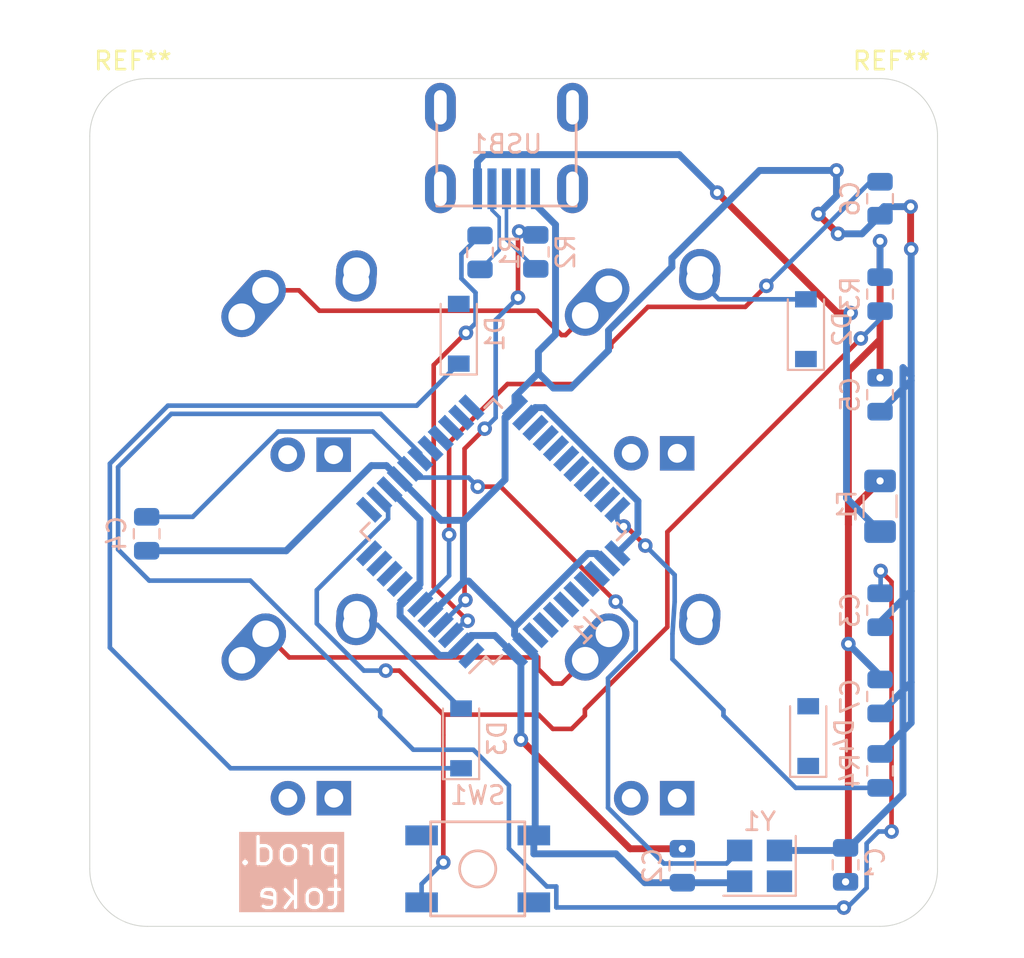
<source format=kicad_pcb>
(kicad_pcb (version 20221018) (generator pcbnew)
  (layers (0 "F.Cu" signal) (31 "B.Cu" signal) (34 "B.Paste" user) (35 "F.Paste" user) (36 "B.SilkS" user "B.Silkscreen") (37 "F.SilkS" user "F.Silkscreen") (38 "B.Mask" user) (39 "F.Mask" user) (44 "Edge.Cuts" user))
  (net 0 "")
  (net 1 "GND")
  (net 2 "+5V")
  (net 3 "Net-(C3-Pad1)")
  (net 4 "Net-(C4-Pad1)")
  (net 5 "Net-(C6-Pad1)")
  (net 6 "Net-(D1-Pad2)")
  (net 7 "ROW0")
  (net 8 "Net-(D2-Pad2)")
  (net 9 "ROW1")
  (net 10 "Net-(D3-Pad2)")
  (net 11 "Net-(D4-Pad2)")
  (net 12 "VCC")
  (net 13 "Net-(MX1-Pad1)")
  (net 14 "Net-(MX3-Pad1)")
  (net 15 "Net-(R1-Pad2)")
  (net 16 "D-")
  (net 17 "Net-(R2-Pad2)")
  (net 18 "D+")
  (net 19 "Net-(R3-Pad2)")
  (net 20 "Net-(R4-Pad2)")
  (net 21 "Net-(U1-Pad42)")
  (net 22 "Net-(U1-Pad41)")
  (net 23 "Net-(U1-Pad40)")
  (net 24 "Net-(U1-Pad39)")
  (net 25 "Net-(U1-Pad38)")
  (net 26 "Net-(U1-Pad37)")
  (net 27 "Net-(U1-Pad36)")
  (net 28 "Net-(U1-Pad32)")
  (net 29 "Net-(U1-Pad31)")
  (net 30 "Net-(U1-Pad30)")
  (net 31 "Net-(U1-Pad29)")
  (net 32 "Net-(U1-Pad28)")
  (net 33 "Net-(U1-Pad27)")
  (net 34 "Net-(U1-Pad26)")
  (net 35 "Net-(U1-Pad25)")
  (net 36 "Net-(U1-Pad22)")
  (net 37 "Net-(U1-Pad21)")
  (net 38 "Net-(U1-Pad20)")
  (net 39 "Net-(U1-Pad19)")
  (net 40 "Net-(U1-Pad18)")
  (net 41 "Net-(U1-Pad12)")
  (net 42 "Net-(U1-Pad11)")
  (net 43 "Net-(U1-Pad10)")
  (net 44 "Net-(U1-Pad9)")
  (net 45 "Net-(U1-Pad8)")
  (net 46 "Net-(U1-Pad1)")
  (net 47 "Net-(USB1-Pad6)")
  (net 48 "Net-(USB1-Pad2)")
  (footprint "MX_Alps_Hybrid:MX-1U" (layer "F.Cu") (at 105.791 53.721)
    (fp_text reference "MX2")
    (fp_text value "MX-NoLED")
    (pad "" np_thru_hole circle (at -5.08 0 48.0996) (size 1.75 1.75) (drill 1.75) (layers "*.Cu" "*.Mask"))
    (pad "" np_thru_hole circle (at 0 0) (size 3.9878 3.9878) (drill 3.9878) (layers "*.Cu" "*.Mask"))
    (pad "" np_thru_hole circle (at 5.08 0 48.0996) (size 1.75 1.75) (drill 1.75) (layers "*.Cu" "*.Mask"))
    (pad "1" thru_hole oval (at -3.81 -2.54 48.0996) (size 4.211556 2.25) (drill 1.47 (offset 0.980778 0)) (layers "*.Cu" "B.Mask") (net 13 "Net-(MX1-Pad1)"))
    (pad "1" thru_hole circle (at -2.5 -4) (size 2.25 2.25) (drill 1.47) (layers "*.Cu" "B.Mask") (net 13 "Net-(MX1-Pad1)"))
    (pad "2" thru_hole oval (at 2.5 -4.5 86.0548) (size 2.831378 2.25) (drill 1.47 (offset 0.290689 0)) (layers "*.Cu" "B.Mask") (net 8 "Net-(D2-Pad2)"))
    (pad "2" thru_hole circle (at 2.54 -5.08) (size 2.25 2.25) (drill 1.47) (layers "*.Cu" "B.Mask") (net 8 "Net-(D2-Pad2)"))
    (pad "3" thru_hole circle (at -1.27 5.08) (size 1.905 1.905) (drill 1.04) (layers "*.Cu" "B.Mask"))
    (pad "4" thru_hole rect (at 1.27 5.08) (size 1.905 1.905) (drill 1.04) (layers "*.Cu" "B.Mask"))
  )
  (footprint "MX_Alps_Hybrid:MX-1U" (layer "F.Cu") (at 86.828 72.771)
    (fp_text reference "MX3")
    (fp_text value "MX-NoLED")
    (pad "" np_thru_hole circle (at -5.08 0 48.0996) (size 1.75 1.75) (drill 1.75) (layers "*.Cu" "*.Mask"))
    (pad "" np_thru_hole circle (at 0 0) (size 3.9878 3.9878) (drill 3.9878) (layers "*.Cu" "*.Mask"))
    (pad "" np_thru_hole circle (at 5.08 0 48.0996) (size 1.75 1.75) (drill 1.75) (layers "*.Cu" "*.Mask"))
    (pad "1" thru_hole oval (at -3.81 -2.54 48.0996) (size 4.211556 2.25) (drill 1.47 (offset 0.980778 0)) (layers "*.Cu" "B.Mask") (net 14 "Net-(MX3-Pad1)"))
    (pad "1" thru_hole circle (at -2.5 -4) (size 2.25 2.25) (drill 1.47) (layers "*.Cu" "B.Mask") (net 14 "Net-(MX3-Pad1)"))
    (pad "2" thru_hole oval (at 2.5 -4.5 86.0548) (size 2.831378 2.25) (drill 1.47 (offset 0.290689 0)) (layers "*.Cu" "B.Mask") (net 10 "Net-(D3-Pad2)"))
    (pad "2" thru_hole circle (at 2.54 -5.08) (size 2.25 2.25) (drill 1.47) (layers "*.Cu" "B.Mask") (net 10 "Net-(D3-Pad2)"))
    (pad "3" thru_hole circle (at -1.27 5.08) (size 1.905 1.905) (drill 1.04) (layers "*.Cu" "B.Mask"))
    (pad "4" thru_hole rect (at 1.27 5.08) (size 1.905 1.905) (drill 1.04) (layers "*.Cu" "B.Mask"))
  )
  (footprint "MX_Alps_Hybrid:MX-1U" (layer "F.Cu") (at 105.791 72.771)
    (fp_text reference "MX4")
    (fp_text value "MX-NoLED")
    (pad "" np_thru_hole circle (at -5.08 0 48.0996) (size 1.75 1.75) (drill 1.75) (layers "*.Cu" "*.Mask"))
    (pad "" np_thru_hole circle (at 0 0) (size 3.9878 3.9878) (drill 3.9878) (layers "*.Cu" "*.Mask"))
    (pad "" np_thru_hole circle (at 5.08 0 48.0996) (size 1.75 1.75) (drill 1.75) (layers "*.Cu" "*.Mask"))
    (pad "1" thru_hole oval (at -3.81 -2.54 48.0996) (size 4.211556 2.25) (drill 1.47 (offset 0.980778 0)) (layers "*.Cu" "B.Mask") (net 14 "Net-(MX3-Pad1)"))
    (pad "1" thru_hole circle (at -2.5 -4) (size 2.25 2.25) (drill 1.47) (layers "*.Cu" "B.Mask") (net 14 "Net-(MX3-Pad1)"))
    (pad "2" thru_hole oval (at 2.5 -4.5 86.0548) (size 2.831378 2.25) (drill 1.47 (offset 0.290689 0)) (layers "*.Cu" "B.Mask") (net 11 "Net-(D4-Pad2)"))
    (pad "2" thru_hole circle (at 2.54 -5.08) (size 2.25 2.25) (drill 1.47) (layers "*.Cu" "B.Mask") (net 11 "Net-(D4-Pad2)"))
    (pad "3" thru_hole circle (at -1.27 5.08) (size 1.905 1.905) (drill 1.04) (layers "*.Cu" "B.Mask"))
    (pad "4" thru_hole rect (at 1.27 5.08) (size 1.905 1.905) (drill 1.04) (layers "*.Cu" "B.Mask"))
  )
  (footprint "MX_Alps_Hybrid:MX-1U" (layer "F.Cu") (at 86.816001 53.796001)
    (fp_text reference "MX1")
    (fp_text value "MX-NoLED")
    (pad "" np_thru_hole circle locked (at -5.08 0 48.0996) (size 1.75 1.75) (drill 1.75) (layers "*.Cu" "*.Mask"))
    (pad "" np_thru_hole circle locked (at 0 0) (size 3.9878 3.9878) (drill 3.9878) (layers "*.Cu" "*.Mask"))
    (pad "" np_thru_hole circle locked (at 5.08 0 48.0996) (size 1.75 1.75) (drill 1.75) (layers "*.Cu" "*.Mask"))
    (pad "1" thru_hole oval locked (at -3.81 -2.54 48.0996) (size 4.211556 2.25) (drill 1.47 (offset 0.980778 0)) (layers "*.Cu" "B.Mask") (net 13 "Net-(MX1-Pad1)"))
    (pad "1" thru_hole circle locked (at -2.5 -4) (size 2.25 2.25) (drill 1.47) (layers "*.Cu" "B.Mask") (net 13 "Net-(MX1-Pad1)"))
    (pad "2" thru_hole oval locked (at 2.5 -4.5 86.0548) (size 2.831378 2.25) (drill 1.47 (offset 0.290689 0)) (layers "*.Cu" "B.Mask") (net 6 "Net-(D1-Pad2)"))
    (pad "2" thru_hole circle locked (at 2.54 -5.08) (size 2.25 2.25) (drill 1.47) (layers "*.Cu" "B.Mask") (net 6 "Net-(D1-Pad2)"))
    (pad "3" thru_hole circle locked (at -1.27 5.08) (size 1.905 1.905) (drill 1.04) (layers "*.Cu" "B.Mask"))
    (pad "4" thru_hole rect locked (at 1.27 5.08) (size 1.905 1.905) (drill 1.04) (layers "*.Cu" "B.Mask"))
  )
  (footprint "MountingHole:MountingHole_2mm" (layer "F.Cu") (at 76.99375 82.3)
    (fp_text reference "REF**" hide)
    (fp_text value "MountingHole_2mm")
    (pad "" np_thru_hole circle (at 0 0) (size 2 2) (drill 2) (layers "*.Cu" "*.Mask"))
  )
  (footprint "MountingHole:MountingHole_2mm" (layer "F.Cu") (at 118.90375 40.3225)
    (fp_text reference "REF**" (at 0 -3.2) (layer "F.SilkS"))
    (fp_text value "MountingHole_2mm")
    (pad "" np_thru_hole circle (at 0 0) (size 2 2) (drill 2) (layers "*.Cu" "*.Mask"))
  )
  (footprint "" (layer "F.Cu") (at 118.90375 82.2325)
    (fp_text reference "" (at 0 0) (layer "F.SilkS") (effects (font (size 1.27 1.27))))
    (fp_text value "" (at 0 0) (layer "F.SilkS") (effects (font (size 1.27 1.27))))
    (pad "" np_thru_hole circle (at 0 0) (size 2 2) (drill 2) (layers "*.Cu" "*.Mask"))
  )
  (footprint "MountingHole:MountingHole_2mm" (layer "F.Cu") (at 76.99375 40.3225)
    (fp_text reference "REF**" (at 0 -3.2) (layer "F.SilkS"))
    (fp_text value "MountingHole_2mm")
    (pad "" np_thru_hole circle (at 0 0) (size 2 2) (drill 2) (layers "*.Cu" "*.Mask"))
  )
  (footprint "Capacitor_SMD:C_0805_2012Metric" (layer "B.Cu") (at 116.36375 81.534 90)
    (fp_text reference "C1" (at 0 1.65 270) (layer "B.SilkS") (effects (justify mirror)))
    (fp_text value "0.1uF")
    (pad "1" smd roundrect (at -0.9375 0 90) (size 0.975 1.4) (layers "B.Cu" "B.Paste" "B.Mask") (net 2 "+5V"))
    (pad "2" smd roundrect (at 0.9375 0 90) (size 0.975 1.4) (layers "B.Cu" "B.Paste" "B.Mask") (net 1 "GND"))
  )
  (footprint "Capacitor_SMD:C_0805_2012Metric" (layer "B.Cu") (at 107.34675 81.5825 -90)
    (fp_text reference "C2" (at 0 1.65 270) (layer "B.SilkS") (effects (justify mirror)))
    (fp_text value "0.1uF")
    (pad "1" smd roundrect (at -0.9375 0 270) (size 0.975 1.4) (layers "B.Cu" "B.Paste" "B.Mask") (net 2 "+5V"))
    (pad "2" smd roundrect (at 0.9375 0 270) (size 0.975 1.4) (layers "B.Cu" "B.Paste" "B.Mask") (net 1 "GND"))
  )
  (footprint "Capacitor_SMD:C_0805_2012Metric" (layer "B.Cu") (at 118.26875 67.46875 -90)
    (fp_text reference "C3" (at 0 1.65 90) (layer "B.SilkS") (effects (justify mirror)))
    (fp_text value "1uF")
    (pad "1" smd roundrect (at -0.9375 0 270) (size 0.975 1.4) (layers "B.Cu" "B.Paste" "B.Mask") (net 3 "Net-(C3-Pad1)"))
    (pad "2" smd roundrect (at 0.9375 0 270) (size 0.975 1.4) (layers "B.Cu" "B.Paste" "B.Mask") (net 1 "GND"))
  )
  (footprint "Capacitor_SMD:C_0805_2012Metric" (layer "B.Cu") (at 77.75575 63.246 -90)
    (fp_text reference "C4" (at 0 1.65 270) (layer "B.SilkS") (effects (justify mirror)))
    (fp_text value "22pF")
    (pad "1" smd roundrect (at -0.9375 0 270) (size 0.975 1.4) (layers "B.Cu" "B.Paste" "B.Mask") (net 4 "Net-(C4-Pad1)"))
    (pad "2" smd roundrect (at 0.9375 0 270) (size 0.975 1.4) (layers "B.Cu" "B.Paste" "B.Mask") (net 1 "GND"))
  )
  (footprint "Capacitor_SMD:C_0805_2012Metric" (layer "B.Cu") (at 118.26875 55.5625 -90)
    (fp_text reference "C5" (at 0 1.65 270) (layer "B.SilkS") (effects (justify mirror)))
    (fp_text value "0.1uf")
    (pad "1" smd roundrect (at -0.9375 0 270) (size 0.975 1.4) (layers "B.Cu" "B.Paste" "B.Mask") (net 2 "+5V"))
    (pad "2" smd roundrect (at 0.9375 0 270) (size 0.975 1.4) (layers "B.Cu" "B.Paste" "B.Mask") (net 1 "GND"))
  )
  (footprint "Capacitor_SMD:C_0805_2012Metric" (layer "B.Cu") (at 118.26875 44.7375 -90)
    (fp_text reference "C6" (at 0 1.65 90) (layer "B.SilkS") (effects (justify mirror)))
    (fp_text value "1uF")
    (pad "1" smd roundrect (at -0.9375 0 270) (size 0.975 1.4) (layers "B.Cu" "B.Paste" "B.Mask") (net 5 "Net-(C6-Pad1)"))
    (pad "2" smd roundrect (at 0.9375 0 270) (size 0.975 1.4) (layers "B.Cu" "B.Paste" "B.Mask") (net 1 "GND"))
  )
  (footprint "Capacitor_SMD:C_0805_2012Metric" (layer "B.Cu") (at 118.26875 72.23125 -90)
    (fp_text reference "C7" (at 0 1.65 90) (layer "B.SilkS") (effects (justify mirror)))
    (fp_text value "10uF")
    (pad "1" smd roundrect (at -0.9375 0 270) (size 0.975 1.4) (layers "B.Cu" "B.Paste" "B.Mask") (net 2 "+5V"))
    (pad "2" smd roundrect (at 0.9375 0 270) (size 0.975 1.4) (layers "B.Cu" "B.Paste" "B.Mask") (net 1 "GND"))
  )
  (footprint "Diode_SMD:D_SOD-123" (layer "B.Cu") (at 94.996 52.197 90)
    (fp_text reference "D1" (at 0 2 270) (layer "B.SilkS") (effects (justify mirror)))
    (fp_text value "SOD_123")
    (pad "1" smd rect (at -1.65 0 90) (size 0.9 1.2) (layers "B.Cu" "B.Paste" "B.Mask") (net 7 "ROW0"))
    (pad "2" smd rect (at 1.65 0 90) (size 0.9 1.2) (layers "B.Cu" "B.Paste" "B.Mask") (net 6 "Net-(D1-Pad2)"))
  )
  (footprint "Diode_SMD:D_SOD-123" (layer "B.Cu") (at 114.173 51.942 90)
    (fp_text reference "D2" (at 0 2 270) (layer "B.SilkS") (effects (justify mirror)))
    (fp_text value "SOD_123")
    (pad "1" smd rect (at -1.65 0 90) (size 0.9 1.2) (layers "B.Cu" "B.Paste" "B.Mask") (net 9 "ROW1"))
    (pad "2" smd rect (at 1.65 0 90) (size 0.9 1.2) (layers "B.Cu" "B.Paste" "B.Mask") (net 8 "Net-(D2-Pad2)"))
  )
  (footprint "Diode_SMD:D_SOD-123" (layer "B.Cu") (at 95.123 74.549 90)
    (fp_text reference "D3" (at 0 2 270) (layer "B.SilkS") (effects (justify mirror)))
    (fp_text value "SOD_123")
    (pad "1" smd rect (at -1.65 0 90) (size 0.9 1.2) (layers "B.Cu" "B.Paste" "B.Mask") (net 7 "ROW0"))
    (pad "2" smd rect (at 1.65 0 90) (size 0.9 1.2) (layers "B.Cu" "B.Paste" "B.Mask") (net 10 "Net-(D3-Pad2)"))
  )
  (footprint "Diode_SMD:D_SOD-123" (layer "B.Cu") (at 114.3 74.422 90)
    (fp_text reference "D4" (at 0 2 270) (layer "B.SilkS") (effects (justify mirror)))
    (fp_text value "SOD_123")
    (pad "1" smd rect (at -1.65 0 90) (size 0.9 1.2) (layers "B.Cu" "B.Paste" "B.Mask") (net 9 "ROW1"))
    (pad "2" smd rect (at 1.65 0 90) (size 0.9 1.2) (layers "B.Cu" "B.Paste" "B.Mask") (net 11 "Net-(D4-Pad2)"))
  )
  (footprint "Fuse:Fuse_1206_3216Metric" (layer "B.Cu") (at 118.26875 61.725 -90)
    (fp_text reference "F1" (at 0 1.82 270) (layer "B.SilkS") (effects (justify mirror)))
    (fp_text value "500mA")
    (pad "1" smd roundrect (at -1.4 0 270) (size 1.25 1.75) (layers "B.Cu" "B.Paste" "B.Mask") (roundrect_rratio 0.2) (net 2 "+5V"))
    (pad "2" smd roundrect (at 1.4 0 270) (size 1.25 1.75) (layers "B.Cu" "B.Paste" "B.Mask") (roundrect_rratio 0.2) (net 12 "VCC"))
  )
  (footprint "Resistor_SMD:R_0805_2012Metric" (layer "B.Cu") (at 96.17075 47.7035 90)
    (fp_text reference "R1" (at 0 1.65 90) (layer "B.SilkS") (effects (justify mirror)))
    (fp_text value "22")
    (pad "1" smd roundrect (at -0.9375 0 90) (size 0.975 1.4) (layers "B.Cu" "B.Paste" "B.Mask") (net 16 "D-"))
    (pad "2" smd roundrect (at 0.9375 0 90) (size 0.975 1.4) (layers "B.Cu" "B.Paste" "B.Mask") (net 15 "Net-(R1-Pad2)"))
  )
  (footprint "Resistor_SMD:R_0805_2012Metric" (layer "B.Cu") (at 118.26875 50.00625 -90)
    (fp_text reference "R3" (at 0 1.65 90) (layer "B.SilkS") (effects (justify mirror)))
    (fp_text value "22")
    (pad "1" smd roundrect (at -0.9375 0 270) (size 0.975 1.4) (layers "B.Cu" "B.Paste" "B.Mask") (net 2 "+5V"))
    (pad "2" smd roundrect (at 0.9375 0 270) (size 0.975 1.4) (layers "B.Cu" "B.Paste" "B.Mask") (net 19 "Net-(R3-Pad2)"))
  )
  (footprint "Resistor_SMD:R_0805_2012Metric" (layer "B.Cu") (at 118.26875 76.34375 -90)
    (fp_text reference "R4" (at 0 1.65 270) (layer "B.SilkS") (effects (justify mirror)))
    (fp_text value "10k")
    (pad "1" smd roundrect (at -0.9375 0 270) (size 0.975 1.4) (layers "B.Cu" "B.Paste" "B.Mask") (net 1 "GND"))
    (pad "2" smd roundrect (at 0.9375 0 270) (size 0.975 1.4) (layers "B.Cu" "B.Paste" "B.Mask") (net 20 "Net-(R4-Pad2)"))
  )
  (footprint "random-keyboard-parts:SKQG-1155865" (layer "B.Cu") (at 96.04375 81.75625)
    (fp_text reference "SW1" (at 0 -4.064) (layer "B.SilkS") (effects (justify mirror)))
    (fp_text value "SW_Push")
    (pad "1" smd rect (at 3.1 -1.85) (size 1.8 1.1) (layers "B.Cu" "B.Paste" "B.Mask") (net 1 "GND"))
    (pad "2" smd rect (at -3.1 1.85) (size 1.8 1.1) (layers "B.Cu" "B.Paste" "B.Mask") (net 19 "Net-(R3-Pad2)"))
    (pad "3" smd rect (at 3.1 1.85) (size 1.8 1.1) (layers "B.Cu" "B.Paste" "B.Mask"))
    (pad "4" smd rect (at -3.1 -1.85) (size 1.8 1.1) (layers "B.Cu" "B.Paste" "B.Mask"))
  )
  (footprint "Package_QFP:TQFP-44_10x10mm_P0.8mm" (layer "B.Cu") (at 96.901 63.119 45)
    (fp_text reference "U1" (at 0 7.450001 45) (layer "B.SilkS") (effects (justify mirror)))
    (fp_text value "ATmega32U4-AU")
    (pad "1" smd rect (at -5.7 4 45) (size 1.5 0.55) (layers "B.Cu" "B.Paste" "B.Mask") (net 46 "Net-(U1-Pad1)"))
    (pad "2" smd rect (at -5.7 3.2 45) (size 1.5 0.55) (layers "B.Cu" "B.Paste" "B.Mask") (net 2 "+5V"))
    (pad "3" smd rect (at -5.7 2.4 45) (size 1.5 0.55) (layers "B.Cu" "B.Paste" "B.Mask") (net 15 "Net-(R1-Pad2)"))
    (pad "4" smd rect (at -5.7 1.6 45) (size 1.5 0.55) (layers "B.Cu" "B.Paste" "B.Mask") (net 17 "Net-(R2-Pad2)"))
    (pad "5" smd rect (at -5.7 0.8 45) (size 1.5 0.55) (layers "B.Cu" "B.Paste" "B.Mask") (net 1 "GND"))
    (pad "6" smd rect (at -5.7 0 45) (size 1.5 0.55) (layers "B.Cu" "B.Paste" "B.Mask") (net 5 "Net-(C6-Pad1)"))
    (pad "7" smd rect (at -5.7 -0.8 45) (size 1.5 0.55) (layers "B.Cu" "B.Paste" "B.Mask") (net 2 "+5V"))
    (pad "8" smd rect (at -5.7 -1.6 45) (size 1.5 0.55) (layers "B.Cu" "B.Paste" "B.Mask") (net 45 "Net-(U1-Pad8)"))
    (pad "9" smd rect (at -5.7 -2.4 45) (size 1.5 0.55) (layers "B.Cu" "B.Paste" "B.Mask") (net 44 "Net-(U1-Pad9)"))
    (pad "10" smd rect (at -5.7 -3.2 45) (size 1.5 0.55) (layers "B.Cu" "B.Paste" "B.Mask") (net 43 "Net-(U1-Pad10)"))
    (pad "11" smd rect (at -5.7 -4 45) (size 1.5 0.55) (layers "B.Cu" "B.Paste" "B.Mask") (net 42 "Net-(U1-Pad11)"))
    (pad "12" smd rect (at -4 -5.7 315) (size 1.5 0.55) (layers "B.Cu" "B.Paste" "B.Mask") (net 41 "Net-(U1-Pad12)"))
    (pad "13" smd rect (at -3.2 -5.7 315) (size 1.5 0.55) (layers "B.Cu" "B.Paste" "B.Mask") (net 19 "Net-(R3-Pad2)"))
    (pad "14" smd rect (at -2.4 -5.7 315) (size 1.5 0.55) (layers "B.Cu" "B.Paste" "B.Mask") (net 2 "+5V"))
    (pad "15" smd rect (at -1.6 -5.7 315) (size 1.5 0.55) (layers "B.Cu" "B.Paste" "B.Mask") (net 1 "GND"))
    (pad "16" smd rect (at -0.8 -5.7 315) (size 1.5 0.55) (layers "B.Cu" "B.Paste" "B.Mask") (net 4 "Net-(C4-Pad1)"))
    (pad "17" smd rect (at 0 -5.7 315) (size 1.5 0.55) (layers "B.Cu" "B.Paste" "B.Mask") (net 3 "Net-(C3-Pad1)"))
    (pad "18" smd rect (at 0.8 -5.7 315) (size 1.5 0.55) (layers "B.Cu" "B.Paste" "B.Mask") (net 40 "Net-(U1-Pad18)"))
    (pad "19" smd rect (at 1.6 -5.7 315) (size 1.5 0.55) (layers "B.Cu" "B.Paste" "B.Mask") (net 39 "Net-(U1-Pad19)"))
    (pad "20" smd rect (at 2.4 -5.7 315) (size 1.5 0.55) (layers "B.Cu" "B.Paste" "B.Mask") (net 38 "Net-(U1-Pad20)"))
    (pad "21" smd rect (at 3.2 -5.7 315) (size 1.5 0.55) (layers "B.Cu" "B.Paste" "B.Mask") (net 37 "Net-(U1-Pad21)"))
    (pad "22" smd rect (at 4 -5.7 315) (size 1.5 0.55) (layers "B.Cu" "B.Paste" "B.Mask") (net 36 "Net-(U1-Pad22)"))
    (pad "23" smd rect (at 5.7 -4 45) (size 1.5 0.55) (layers "B.Cu" "B.Paste" "B.Mask") (net 1 "GND"))
    (pad "24" smd rect (at 5.7 -3.2 45) (size 1.5 0.55) (layers "B.Cu" "B.Paste" "B.Mask") (net 2 "+5V"))
    (pad "25" smd rect (at 5.7 -2.4 45) (size 1.5 0.55) (layers "B.Cu" "B.Paste" "B.Mask") (net 35 "Net-(U1-Pad25)"))
    (pad "26" smd rect (at 5.7 -1.6 45) (size 1.5 0.55) (layers "B.Cu" "B.Paste" "B.Mask") (net 34 "Net-(U1-Pad26)"))
    (pad "27" smd rect (at 5.7 -0.8 45) (size 1.5 0.55) (layers "B.Cu" "B.Paste" "B.Mask") (net 33 "Net-(U1-Pad27)"))
    (pad "28" smd rect (at 5.7 0 45) (size 1.5 0.55) (layers "B.Cu" "B.Paste" "B.Mask") (net 32 "Net-(U1-Pad28)"))
    (pad "29" smd rect (at 5.7 0.8 45) (size 1.5 0.55) (layers "B.Cu" "B.Paste" "B.Mask") (net 31 "Net-(U1-Pad29)"))
    (pad "30" smd rect (at 5.7 1.6 45) (size 1.5 0.55) (layers "B.Cu" "B.Paste" "B.Mask") (net 30 "Net-(U1-Pad30)"))
    (pad "31" smd rect (at 5.7 2.4 45) (size 1.5 0.55) (layers "B.Cu" "B.Paste" "B.Mask") (net 29 "Net-(U1-Pad31)"))
    (pad "32" smd rect (at 5.7 3.2 45) (size 1.5 0.55) (layers "B.Cu" "B.Paste" "B.Mask") (net 28 "Net-(U1-Pad32)"))
    (pad "33" smd rect (at 5.7 4 45) (size 1.5 0.55) (layers "B.Cu" "B.Paste" "B.Mask") (net 20 "Net-(R4-Pad2)"))
    (pad "34" smd rect (at 4 5.7 315) (size 1.5 0.55) (layers "B.Cu" "B.Paste" "B.Mask") (net 2 "+5V"))
    (pad "35" smd rect (at 3.2 5.7 315) (size 1.5 0.55) (layers "B.Cu" "B.Paste" "B.Mask") (net 1 "GND"))
    (pad "36" smd rect (at 2.4 5.7 315) (size 1.5 0.55) (layers "B.Cu" "B.Paste" "B.Mask") (net 27 "Net-(U1-Pad36)"))
    (pad "37" smd rect (at 1.6 5.7 315) (size 1.5 0.55) (layers "B.Cu" "B.Paste" "B.Mask") (net 26 "Net-(U1-Pad37)"))
    (pad "38" smd rect (at 0.8 5.7 315) (size 1.5 0.55) (layers "B.Cu" "B.Paste" "B.Mask") (net 25 "Net-(U1-Pad38)"))
    (pad "39" smd rect (at 0 5.7 315) (size 1.5 0.55) (layers "B.Cu" "B.Paste" "B.Mask") (net 24 "Net-(U1-Pad39)"))
    (pad "40" smd rect (at -0.8 5.7 315) (size 1.5 0.55) (layers "B.Cu" "B.Paste" "B.Mask") (net 23 "Net-(U1-Pad40)"))
    (pad "41" smd rect (at -1.6 5.7 315) (size 1.5 0.55) (layers "B.Cu" "B.Paste" "B.Mask") (net 22 "Net-(U1-Pad41)"))
    (pad "42" smd rect (at -2.4 5.7 315) (size 1.5 0.55) (layers "B.Cu" "B.Paste" "B.Mask") (net 21 "Net-(U1-Pad42)"))
    (pad "43" smd rect (at -3.2 5.7 315) (size 1.5 0.55) (layers "B.Cu" "B.Paste" "B.Mask") (net 1 "GND"))
    (pad "44" smd rect (at -4 5.7 315) (size 1.5 0.55) (layers "B.Cu" "B.Paste" "B.Mask") (net 2 "+5V"))
  )
  (footprint "random-keyboard-parts:Molex-0548190589" (layer "B.Cu") (at 97.63125 39.6875 -90)
    (fp_text reference "USB1" (at 2.032 0) (layer "B.SilkS") (effects (justify mirror)))
    (fp_text value "Molex-0548190589")
    (pad "1" smd rect (at 4.5 -1.6 270) (size 2.25 0.5) (layers "B.Cu" "B.Paste" "B.Mask") (net 1 "GND"))
    (pad "2" smd rect (at 4.5 -0.8 270) (size 2.25 0.5) (layers "B.Cu" "B.Paste" "B.Mask") (net 48 "Net-(USB1-Pad2)"))
    (pad "3" smd rect (at 4.5 0 270) (size 2.25 0.5) (layers "B.Cu" "B.Paste" "B.Mask") (net 18 "D+"))
    (pad "4" smd rect (at 4.5 0.8 270) (size 2.25 0.5) (layers "B.Cu" "B.Paste" "B.Mask") (net 16 "D-"))
    (pad "5" smd rect (at 4.5 1.6 270) (size 2.25 0.5) (layers "B.Cu" "B.Paste" "B.Mask") (net 12 "VCC"))
    (pad "6" thru_hole oval (at 0 -3.65 270) (size 2.7 1.7) (drill oval 1.9 0.7) (layers "*.Cu" "*.Mask") (net 47 "Net-(USB1-Pad6)"))
    (pad "6" thru_hole oval (at 0 3.65 270) (size 2.7 1.7) (drill oval 1.9 0.7) (layers "*.Cu" "*.Mask") (net 47 "Net-(USB1-Pad6)"))
    (pad "6" thru_hole oval (at 4.5 -3.65 270) (size 2.7 1.7) (drill oval 1.9 0.7) (layers "*.Cu" "*.Mask") (net 47 "Net-(USB1-Pad6)"))
    (pad "6" thru_hole oval (at 4.5 3.65 270) (size 2.7 1.7) (drill oval 1.9 0.7) (layers "*.Cu" "*.Mask") (net 47 "Net-(USB1-Pad6)"))
  )
  (footprint "Crystal:Crystal_SMD_3225-4Pin_3.2x2.5mm" (layer "B.Cu") (at 111.6125 81.59025 180)
    (fp_text reference "Y1" (at 0 2.45) (layer "B.SilkS") (effects (justify mirror)))
    (fp_text value "16MHz")
    (pad "1" smd rect (at -1.1 -0.85 180) (size 1.4 1.2) (layers "B.Cu" "B.Paste" "B.Mask") (net 3 "Net-(C3-Pad1)"))
    (pad "2" smd rect (at 1.1 -0.85 180) (size 1.4 1.2) (layers "B.Cu" "B.Paste" "B.Mask") (net 1 "GND"))
    (pad "3" smd rect (at 1.1 0.85 180) (size 1.4 1.2) (layers "B.Cu" "B.Paste" "B.Mask") (net 4 "Net-(C4-Pad1)"))
    (pad "4" smd rect (at -1.1 0.85 180) (size 1.4 1.2) (layers "B.Cu" "B.Paste" "B.Mask") (net 1 "GND"))
  )
  (footprint "Resistor_SMD:R_0805_2012Metric" (layer "B.Cu") (at 99.2505 47.6735 90)
    (fp_text reference "R2" (at 0 1.65 270) (layer "B.SilkS") (effects (justify mirror)))
    (fp_text value "22")
    (pad "1" smd roundrect (at -0.9375 0 90) (size 0.975 1.4) (layers "B.Cu" "B.Paste" "B.Mask") (net 18 "D+"))
    (pad "2" smd roundrect (at 0.9375 0 90) (size 0.975 1.4) (layers "B.Cu" "B.Paste" "B.Mask") (net 17 "Net-(R2-Pad2)"))
  )
  (gr_line (start 74.6125 81.75625) (end 74.6125 41.275) (stroke (width 0.05)) (layer "Edge.Cuts"))
  (gr_arc (start 74.6125 41.275) (mid 75.542436 39.029936) (end 77.7875 38.1) (stroke (width 0.05)) (layer "Edge.Cuts"))
  (gr_line (start 118.26875 84.93125) (end 77.7875 84.93125) (stroke (width 0.05)) (layer "Edge.Cuts"))
  (gr_arc (start 77.7875 84.93125) (mid 75.542436 84.001314) (end 74.6125 81.75625) (stroke (width 0.05)) (layer "Edge.Cuts"))
  (gr_arc (start 118.26875 38.1) (mid 120.513814 39.029936) (end 121.44375 41.275) (stroke (width 0.05)) (layer "Edge.Cuts"))
  (gr_line (start 121.44375 41.275) (end 121.44375 81.75625) (stroke (width 0.05)) (layer "Edge.Cuts"))
  (gr_arc (start 121.44375 81.75625) (mid 120.513814 84.001314) (end 118.26875 84.93125) (stroke (width 0.05)) (layer "Edge.Cuts"))
  (gr_line (start 77.7875 38.1) (end 118.26875 38.1) (stroke (width 0.05)) (layer "Edge.Cuts"))
  (gr_text "prod.\ntoke" (at 88.675 84.08125) (layer "B.SilkS" knockout) (effects (font (size 1.5 1.5) (thickness 0.1875)) (justify left bottom mirror)))
  (segment (start 119.95625 47.4875) (end 119.9875 47.51875) (width 0.381) (layer "F.Cu") (net 1))
  (segment (start 114.8625 45.58125) (end 114.8625 45.59) (width 0.381) (layer "F.Cu") (net 1))
  (segment (start 114.8625 45.59) (end 115.9475 46.675) (width 0.381) (layer "F.Cu") (net 1))
  (segment (start 119.95625 45.175) (end 119.95625 47.4875) (width 0.381) (layer "F.Cu") (net 1))
  (via (at 119.9875 47.51875) (size 0.8) (drill 0.4) (layers "F.Cu" "B.Cu") (net 1))
  (via (at 115.9475 46.675) (size 0.8) (drill 0.4) (layers "F.Cu" "B.Cu") (net 1))
  (via (at 114.8625 45.58125) (size 0.8) (drill 0.4) (layers "F.Cu" "B.Cu") (net 1))
  (via (at 119.95625 45.175) (size 0.8) (drill 0.4) (layers "F.Cu" "B.Cu") (net 1))
  (via (at 115.8625 43.175) (size 0.8) (drill 0.4) (layers "F.Cu" "B.Cu") (net 1))
  (segment (start 96.859991 67.165596) (end 96.853096 67.165596) (width 0.381) (layer "B.Cu") (net 1))
  (segment (start 99.23125 45.0625) (end 100.341 46.17225) (width 0.381) (layer "B.Cu") (net 1))
  (segment (start 100.341 52.230602) (end 99.3955 53.176102) (width 0.381) (layer "B.Cu") (net 1))
  (segment (start 95.55 65.8625) (end 95.288871 65.8625) (width 0.381) (layer "B.Cu") (net 1))
  (segment (start 99.218366 79.831634) (end 99.14375 79.90625) (width 0.381) (layer "B.Cu") (net 1))
  (segment (start 97.553483 56.809663) (end 98.103082 56.260064) (width 0.381) (layer "B.Cu") (net 1))
  (segment (start 96.853096 67.165596) (end 95.55 65.8625) (width 0.381) (layer "B.Cu") (net 1))
  (segment (start 118.48125 45.175) (end 118.26875 45.3875) (width 0.381) (layer "B.Cu") (net 1))
  (segment (start 95.301186 62.503) (end 97.553483 60.250703) (width 0.381) (layer "B.Cu") (net 1))
  (segment (start 119.9875 47.51875) (end 119.9875 54.51875) (width 0.381) (layer "B.Cu") (net 1))
  (segment (start 103.675 80.925) (end 105.27 82.52) (width 0.381) (layer "B.Cu") (net 1))
  (segment (start 115.8625 44.58125) (end 114.8625 45.58125) (width 0.381) (layer "B.Cu") (net 1))
  (segment (start 102.130937 64.337168) (end 98.08125 68.386855) (width 0.381) (layer "B.Cu") (net 1))
  (segment (start 98.668767 69.41225) (end 99.218366 69.961849) (width 0.381) (layer "B.Cu") (net 1))
  (segment (start 98.08125 68.824733) (end 98.668767 69.41225) (width 0.381) (layer "B.Cu") (net 1))
  (segment (start 119.9875 54.78125) (end 119.9875 66.409465) (width 0.381) (layer "B.Cu") (net 1))
  (segment (start 98.08125 68.386855) (end 96.859991 67.165596) (width 0.381) (layer "B.Cu") (net 1))
  (segment (start 99.3955 53.176102) (end 99.3955 54.36425) (width 0.381) (layer "B.Cu") (net 1))
  (segment (start 118.26875 68.128215) (end 118.26875 68.40625) (width 0.381) (layer "B.Cu") (net 1))
  (segment (start 99.218366 69.961849) (end 99.218366 79.831634) (width 0.381) (layer "B.Cu") (net 1))
  (segment (start 95.25325 65.826879) (end 95.25325 62.503) (width 0.381) (layer "B.Cu") (net 1))
  (segment (start 102.644651 64.337168) (end 102.130937 64.337168) (width 0.381) (layer "B.Cu") (net 1))
  (segment (start 119.53425 77.612715) (end 117.979732 79.167232) (width 0.381) (layer "B.Cu") (net 1))
  (segment (start 115.8625 43.175) (end 115.8625 44.58125) (width 0.381) (layer "B.Cu") (net 1))
  (segment (start 103.26875 53.1125) (end 103.26875 52.015063) (width 0.381) (layer "B.Cu") (net 1))
  (segment (start 103.19425 64.886767) (end 102.644651 64.337168) (width 0.381) (layer "B.Cu") (net 1))
  (segment (start 99.3955 54.36425) (end 98.103082 55.656668) (width 0.381) (layer "B.Cu") (net 1))
  (segment (start 119.9875 71.45) (end 118.26875 73.16875) (width 0.381) (layer "B.Cu") (net 1))
  (segment (start 119.9875 71.45) (end 119.9875 73.6875) (width 0.381) (layer "B.Cu") (net 1))
  (segment (start 119.9875 54.78125) (end 118.26875 56.5) (width 0.381) (layer "B.Cu") (net 1))
  (segment (start 97.553483 60.250703) (end 97.553483 56.809663) (width 0.381) (layer "B.Cu") (net 1))
  (segment (start 116.550465 80.5965) (end 116.36375 80.5965) (width 0.381) (layer "B.Cu") (net 1))
  (segment (start 100.341 46.17225) (end 100.341 52.230602) (width 0.381) (layer "B.Cu") (net 1))
  (segment (start 101.18665 55.1946) (end 103.26875 53.1125) (width 0.381) (layer "B.Cu") (net 1))
  (segment (start 95.25325 62.503) (end 94.022258 62.503) (width 0.381) (layer "B.Cu") (net 1))
  (segment (start 95.25325 62.503) (end 95.301186 62.503) (width 0.381) (layer "B.Cu") (net 1))
  (segment (start 94.022258 62.503) (end 91.73912 60.219862) (width 0.381) (layer "B.Cu") (net 1))
  (segment (start 119.9875 54.51875) (end 119.53425 54.0655) (width 0.381) (layer "B.Cu") (net 1))
  (segment (start 117.26875 46.675) (end 118.26875 45.675) (width 0.381) (layer "B.Cu") (net 1))
  (segment (start 98.103082 55.656668) (end 98.103082 56.260064) (width 0.381) (layer "B.Cu") (net 1))
  (segment (start 119.9875 73.6875) (end 118.26875 75.40625) (width 0.381) (layer "B.Cu") (net 1))
  (segment (start 98.08125 68.386855) (end 98.08125 68.824733) (width 0.381) (layer "B.Cu") (net 1))
  (segment (start 103.26875 52.015063) (end 106.76875 48.515063) (width 0.381) (layer "B.Cu") (net 1))
  (segment (start 99.14375 79.90625) (end 99.14375 80.925) (width 0.381) (layer "B.Cu") (net 1))
  (segment (start 90.167951 59.480051) (end 90.999309 59.480051) (width 0.381) (layer "B.Cu") (net 1))
  (segment (start 107.34675 82.52) (end 110.43275 82.52) (width 0.381) (layer "B.Cu") (net 1))
  (segment (start 119.9875 66.409465) (end 119.9875 71.45) (width 0.381) (layer "B.Cu") (net 1))
  (segment (start 95.288871 65.8625) (end 93.436177 67.715194) (width 0.381) (layer "B.Cu") (net 1))
  (segment (start 117.979732 79.167232) (end 116.550465 80.5965) (width 0.381) (layer "B.Cu") (net 1))
  (segment (start 111.6125 43.175) (end 115.8625 43.175) (width 0.381) (layer "B.Cu") (net 1))
  (segment (start 118.26875 56.5) (end 118.00625 56.5) (width 0.381) (layer "B.Cu") (net 1))
  (segment (start 110.43275 82.52) (end 110.5125 82.44025) (width 0.381) (layer "B.Cu") (net 1))
  (segment (start 117.979732 79.167232) (end 116.406714 80.74025) (width 0.381) (layer "B.Cu") (net 1))
  (segment (start 100.22585 55.1946) (end 101.18665 55.1946) (width 0.381) (layer "B.Cu") (net 1))
  (segment (start 99.23125 44.1875) (end 99.23125 45.0625) (width 0.381) (layer "B.Cu") (net 1))
  (segment (start 85.464502 64.1835) (end 90.167951 59.480051) (width 0.381) (layer "B.Cu") (net 1))
  (segment (start 90.999309 59.480051) (end 91.73912 60.219862) (width 0.381) (layer "B.Cu") (net 1))
  (segment (start 106.76875 48.515063) (end 106.76875 48.01875) (width 0.381) (layer "B.Cu") (net 1))
  (segment (start 99.3955 54.36425) (end 100.22585 55.1946) (width 0.381) (layer "B.Cu") (net 1))
  (segment (start 119.53425 54.0655) (end 119.53425 77.612715) (width 0.381) (layer "B.Cu") (net 1))
  (segment (start 115.9475 46.675) (end 117.26875 46.675) (width 0.381) (layer "B.Cu") (net 1))
  (segment (start 119.95625 45.175) (end 118.48125 45.175) (width 0.381) (layer "B.Cu") (net 1))
  (segment (start 116.406714 80.74025) (end 112.7125 80.74025) (width 0.381) (layer "B.Cu") (net 1))
  (segment (start 119.9875 54.51875) (end 119.9875 54.78125) (width 0.381) (layer "B.Cu") (net 1))
  (segment (start 106.76875 48.01875) (end 111.6125 43.175) (width 0.381) (layer "B.Cu") (net 1))
  (segment (start 95.288871 65.8625) (end 95.25325 65.826879) (width 0.381) (layer "B.Cu") (net 1))
  (segment (start 77.75575 64.1835) (end 85.464502 64.1835) (width 0.381) (layer "B.Cu") (net 1))
  (segment (start 105.27 82.52) (end 107.34675 82.52) (width 0.381) (layer "B.Cu") (net 1))
  (segment (start 99.14375 80.925) (end 103.675 80.925) (width 0.381) (layer "B.Cu") (net 1))
  (segment (start 119.9875 66.409465) (end 118.26875 68.128215) (width 0.381) (layer "B.Cu") (net 1))
  (segment (start 118.26875 52.511686) (end 118.26875 54.625) (width 0.381) (layer "F.Cu") (net 2))
  (segment (start 116.51875 62.7375) (end 116.51875 62.075) (width 0.381) (layer "F.Cu") (net 2))
  (segment (start 118.26875 52.511686) (end 118.26875 47.08125) (width 0.381) (layer "F.Cu") (net 2))
  (segment (start 116.51875 66.55) (end 116.51875 62.7375) (width 0.381) (layer "F.Cu") (net 2))
  (segment (start 116.51875 69.33125) (end 116.51875 66.55) (width 0.381) (layer "F.Cu") (net 2))
  (segment (start 116.51875 62.075) (end 118.26875 60.325) (width 0.381) (layer "F.Cu") (net 2))
  (segment (start 116.51875 54.261686) (end 118.26875 52.511686) (width 0.381) (layer "F.Cu") (net 2))
  (segment (start 104.460866 80.645) (end 107.34675 80.645) (width 0.381) (layer "F.Cu") (net 2))
  (segment (start 116.51875 82.3165) (end 116.36375 82.4715) (width 0.381) (layer "F.Cu") (net 2))
  (segment (start 98.428366 74.6125) (end 104.460866 80.645) (width 0.381) (layer "F.Cu") (net 2))
  (segment (start 116.51875 62.7375) (end 116.51875 54.261686) (width 0.381) (layer "F.Cu") (net 2))
  (segment (start 116.51875 66.55) (end 116.51875 82.3165) (width 0.381) (layer "F.Cu") (net 2))
  (via (at 98.428366 74.6125) (size 0.8) (drill 0.4) (layers "F.Cu" "B.Cu") (net 2))
  (via (at 118.26875 54.625) (size 0.8) (drill 0.4) (layers "F.Cu" "B.Cu") (net 2))
  (via (at 118.26875 60.325) (size 0.8) (drill 0.4) (layers "F.Cu" "B.Cu") (net 2))
  (via (at 116.36375 82.4715) (size 0.8) (drill 0.4) (layers "F.Cu" "B.Cu") (net 2))
  (via (at 116.51875 69.33125) (size 0.8) (drill 0.4) (layers "F.Cu" "B.Cu") (net 2))
  (via (at 118.26875 47.08125) (size 0.8) (drill 0.4) (layers "F.Cu" "B.Cu") (net 2))
  (via (at 107.34675 80.645) (size 0.8) (drill 0.4) (layers "F.Cu" "B.Cu") (net 2))
  (segment (start 98.668767 56.82575) (end 99.218366 56.276151) (width 0.381) (layer "B.Cu") (net 2))
  (segment (start 118.26875 47.08125) (end 118.26875 49.06875) (width 0.381) (layer "B.Cu") (net 2))
  (segment (start 98.103082 69.977936) (end 96.987798 68.862652) (width 0.381) (layer "B.Cu") (net 2))
  (segment (start 95.682831 68.862652) (end 95.133233 69.41225) (width 0.381) (layer "B.Cu") (net 2))
  (segment (start 91.755207 67.133422) (end 92.304806 66.583823) (width 0.381) (layer "B.Cu") (net 2))
  (segment (start 99.73208 56.276151) (end 104.89375 61.437821) (width 0.381) (layer "B.Cu") (net 2))
  (segment (start 91.755207 67.783957) (end 91.755207 67.133422) (width 0.381) (layer "B.Cu") (net 2))
  (segment (start 118.26875 71.08125) (end 116.51875 69.33125) (width 0.381) (layer "B.Cu") (net 2))
  (segment (start 96.987798 68.862652) (end 95.682831 68.862652) (width 0.381) (layer "B.Cu") (net 2))
  (segment (start 98.103082 69.977936) (end 98.428366 70.30322) (width 0.381) (layer "B.Cu") (net 2))
  (segment (start 92.854404 66.034225) (end 92.854404 62.466517) (width 0.381) (layer "B.Cu") (net 2))
  (segment (start 93.933099 69.961849) (end 91.755207 67.783957) (width 0.381) (layer "B.Cu") (net 2))
  (segment (start 104.89375 61.437821) (end 104.89375 63.187268) (width 0.381) (layer "B.Cu") (net 2))
  (segment (start 104.89375 63.187268) (end 103.759936 64.321082) (width 0.381) (layer "B.Cu") (net 2))
  (segment (start 94.583634 69.961849) (end 93.933099 69.961849) (width 0.381) (layer "B.Cu") (net 2))
  (segment (start 95.133233 69.41225) (end 94.583634 69.961849) (width 0.381) (layer "B.Cu") (net 2))
  (segment (start 118.26875 71.29375) (end 118.26875 71.08125) (width 0.381) (layer "B.Cu") (net 2))
  (segment (start 98.428366 70.30322) (end 98.428366 74.6125) (width 0.381) (layer "B.Cu") (net 2))
  (segment (start 92.304806 66.583823) (end 92.854404 66.034225) (width 0.381) (layer "B.Cu") (net 2))
  (segment (start 99.218366 56.276151) (end 99.73208 56.276151) (width 0.381) (layer "B.Cu") (net 2))
  (segment (start 92.854404 62.466517) (end 91.173435 60.785548) (width 0.381) (layer "B.Cu") (net 2))
  (segment (start 118.90375 79.6925) (end 118.90375 65.90375) (width 0.254) (layer "F.Cu") (net 3))
  (segment (start 118.90375 65.90375) (end 118.3 65.3) (width 0.254) (layer "F.Cu") (net 3))
  (via (at 118.3 65.3) (size 0.8) (drill 0.4) (layers "F.Cu" "B.Cu") (net 3))
  (via (at 118.90375 79.6925) (size 0.8) (drill 0.4) (layers "F.Cu" "B.Cu") (net 3))
  (via (at 116.26875 83.89375) (size 0.8) (drill 0.4) (layers "F.Cu" "B.Cu") (net 3))
  (segment (start 79.117401 56.620901) (end 76.17775 59.560552) (width 0.254) (layer "B.Cu") (net 3))
  (segment (start 95.803 75.175) (end 97.76875 77.14075) (width 0.254) (layer "B.Cu") (net 3))
  (segment (start 76.17775 64.112662) (end 77.896338 65.83125) (width 0.254) (layer "B.Cu") (net 3))
  (segment (start 117.52675 82.815662) (end 117.52675 80.35207) (width 0.254) (layer "B.Cu") (net 3))
  (segment (start 83.484677 65.83125) (end 90.656 73.002573) (width 0.254) (layer "B.Cu") (net 3))
  (segment (start 118.3 66.5) (end 118.26875 66.53125) (width 0.254) (layer "B.Cu") (net 3))
  (segment (start 92.870491 59.088491) (end 92.870491 58.808476) (width 0.254) (layer "B.Cu") (net 3))
  (segment (start 76.17775 59.560552) (end 76.17775 64.112662) (width 0.254) (layer "B.Cu") (net 3))
  (segment (start 116.2605 83.8855) (end 116.26875 83.89375) (width 0.254) (layer "B.Cu") (net 3))
  (segment (start 116.448662 83.89375) (end 117.52675 82.815662) (width 0.254) (layer "B.Cu") (net 3))
  (segment (start 118.18632 79.6925) (end 118.90375 79.6925) (width 0.254) (layer "B.Cu") (net 3))
  (segment (start 97.76875 80.63525) (end 99.86275 82.72925) (width 0.254) (layer "B.Cu") (net 3))
  (segment (start 77.896338 65.83125) (end 83.484677 65.83125) (width 0.254) (layer "B.Cu") (net 3))
  (segment (start 92.870491 58.808476) (end 90.682916 56.620901) (width 0.254) (layer "B.Cu") (net 3))
  (segment (start 90.656 73.002573) (end 90.656 73.3435) (width 0.254) (layer "B.Cu") (net 3))
  (segment (start 79.138099 56.620901) (end 79.117401 56.620901) (width 0.254) (layer "B.Cu") (net 3))
  (segment (start 90.656 73.3435) (end 92.4875 75.175) (width 0.254) (layer "B.Cu") (net 3))
  (segment (start 117.52675 80.35207) (end 118.18632 79.6925) (width 0.254) (layer "B.Cu") (net 3))
  (segment (start 116.26875 83.89375) (end 116.448662 83.89375) (width 0.254) (layer "B.Cu") (net 3))
  (segment (start 118.3 65.3) (end 118.3 66.5) (width 0.254) (layer "B.Cu") (net 3))
  (segment (start 99.86275 82.72925) (end 100.3855 82.72925) (width 0.254) (layer "B.Cu") (net 3))
  (segment (start 100.3855 82.72925) (end 100.3855 83.8855) (width 0.254) (layer "B.Cu") (net 3))
  (segment (start 92.4875 75.175) (end 95.803 75.175) (width 0.254) (layer "B.Cu") (net 3))
  (segment (start 90.682916 56.620901) (end 79.138099 56.620901) (width 0.254) (layer "B.Cu") (net 3))
  (segment (start 100.3855 83.8855) (end 116.2605 83.8855) (width 0.254) (layer "B.Cu") (net 3))
  (segment (start 97.76875 77.14075) (end 97.76875 80.63525) (width 0.254) (layer "B.Cu") (net 3))
  (segment (start 103.66375 66.9925) (end 97.31375 60.6425) (width 0.254) (layer "F.Cu") (net 4))
  (segment (start 97.31375 60.6425) (end 96.04375 60.6425) (width 0.254) (layer "F.Cu") (net 4))
  (via (at 96.04375 60.6425) (size 0.8) (drill 0.4) (layers "F.Cu" "B.Cu") (net 4))
  (via (at 103.66375 66.9925) (size 0.8) (drill 0.4) (layers "F.Cu" "B.Cu") (net 4))
  (segment (start 92.790904 60.140275) (end 92.304806 59.654177) (width 0.254) (layer "B.Cu") (net 4))
  (segment (start 110.5125 80.74025) (end 109.79325 81.4595) (width 0.254) (layer "B.Cu") (net 4))
  (segment (start 109.79325 81.4595) (end 106.772 81.4595) (width 0.254) (layer "B.Cu") (net 4))
  (segment (start 104.773398 69.692852) (end 104.773398 68.102148) (width 0.254) (layer "B.Cu") (net 4))
  (segment (start 103.2415 78.380987) (end 103.2415 71.22475) (width 0.254) (layer "B.Cu") (net 4))
  (segment (start 96.04375 60.6425) (end 95.541525 60.140275) (width 0.254) (layer "B.Cu") (net 4))
  (segment (start 80.304015 62.3085) (end 85.016014 57.596501) (width 0.254) (layer "B.Cu") (net 4))
  (segment (start 90.24713 57.596501) (end 92.304806 59.654177) (width 0.254) (layer "B.Cu") (net 4))
  (segment (start 103.2415 71.22475) (end 104.773398 69.692852) (width 0.254) (layer "B.Cu") (net 4))
  (segment (start 104.773398 68.102148) (end 103.66375 66.9925) (width 0.254) (layer "B.Cu") (net 4))
  (segment (start 95.541525 60.140275) (end 92.790904 60.140275) (width 0.254) (layer "B.Cu") (net 4))
  (segment (start 106.772 81.4595) (end 106.320013 81.4595) (width 0.254) (layer "B.Cu") (net 4))
  (segment (start 77.75575 62.3085) (end 80.304015 62.3085) (width 0.254) (layer "B.Cu") (net 4))
  (segment (start 85.016014 57.596501) (end 90.24713 57.596501) (width 0.254) (layer "B.Cu") (net 4))
  (segment (start 106.320013 81.4595) (end 103.2415 78.380987) (width 0.254) (layer "B.Cu") (net 4))
  (segment (start 103.4201 52.925) (end 103.4201 52.738941) (width 0.254) (layer "F.Cu") (net 5))
  (segment (start 105.448102 50.710939) (end 110.826561 50.710939) (width 0.254) (layer "F.Cu") (net 5))
  (segment (start 94.46325 58.198155) (end 97.688405 54.973) (width 0.254) (layer "F.Cu") (net 5))
  (segment (start 94.46325 63.293) (end 94.46325 58.198155) (width 0.254) (layer "F.Cu") (net 5))
  (segment (start 103.4201 52.738941) (end 105.448102 50.710939) (width 0.254) (layer "F.Cu") (net 5))
  (segment (start 110.826561 50.710939) (end 111.9875 49.55) (width 0.254) (layer "F.Cu") (net 5))
  (segment (start 97.688405 54.973) (end 101.3721 54.973) (width 0.254) (layer "F.Cu") (net 5))
  (segment (start 101.3721 54.973) (end 103.4201 52.925) (width 0.254) (layer "F.Cu") (net 5))
  (via (at 94.46325 63.293) (size 0.8) (drill 0.4) (layers "F.Cu" "B.Cu") (net 5))
  (via (at 111.9875 49.55) (size 0.8) (drill 0.4) (layers "F.Cu" "B.Cu") (net 5))
  (segment (start 92.870491 67.149509) (end 94.46325 65.55675) (width 0.254) (layer "B.Cu") (net 5))
  (segment (start 94.46325 65.55675) (end 94.46325 63.293) (width 0.254) (layer "B.Cu") (net 5))
  (segment (start 111.9875 49.55) (end 117.7375 43.8) (width 0.254) (layer "B.Cu") (net 5))
  (segment (start 118.025 43.5125) (end 118.26875 43.5125) (width 0.254) (layer "B.Cu") (net 5))
  (segment (start 117.7375 43.8) (end 118.26875 43.8) (width 0.254) (layer "B.Cu") (net 5))
  (segment (start 92.676099 56.166901) (end 94.996 53.847) (width 0.254) (layer "B.Cu") (net 7))
  (segment (start 82.39025 76.199) (end 75.72375 69.5325) (width 0.254) (layer "B.Cu") (net 7))
  (segment (start 75.72375 59.3725) (end 78.929349 56.166901) (width 0.254) (layer "B.Cu") (net 7))
  (segment (start 75.72375 69.5325) (end 75.72375 59.3725) (width 0.254) (layer "B.Cu") (net 7))
  (segment (start 95.123 76.199) (end 82.39025 76.199) (width 0.254) (layer "B.Cu") (net 7))
  (segment (start 78.929349 56.166901) (end 92.676099 56.166901) (width 0.254) (layer "B.Cu") (net 7))
  (segment (start 108.331 48.641) (end 108.331 49.181) (width 0.254) (layer "B.Cu") (net 8))
  (segment (start 108.291 49.221) (end 109.362 50.292) (width 0.254) (layer "B.Cu") (net 8))
  (segment (start 108.331 49.181) (end 108.291 49.221) (width 0.254) (layer "B.Cu") (net 8))
  (segment (start 109.362 50.292) (end 114.173 50.292) (width 0.254) (layer "B.Cu") (net 8))
  (segment (start 95.123 72.899) (end 90.495 68.271) (width 0.254) (layer "B.Cu") (net 10))
  (segment (start 89.328 68.271) (end 89.328 67.731) (width 0.254) (layer "B.Cu") (net 10))
  (segment (start 89.328 67.731) (end 89.368 67.691) (width 0.254) (layer "B.Cu") (net 10))
  (segment (start 90.495 68.271) (end 89.328 68.271) (width 0.254) (layer "B.Cu") (net 10))
  (segment (start 109.272635 44.397635) (end 115.925 51.05) (width 0.381) (layer "F.Cu") (net 12))
  (segment (start 116.7375 50.95625) (end 116.64375 51.05) (width 0.381) (layer "F.Cu") (net 12))
  (segment (start 115.925 51.05) (end 116.64375 51.05) (width 0.381) (layer "F.Cu") (net 12))
  (via (at 109.272635 44.397635) (size 0.8) (drill 0.4) (layers "F.Cu" "B.Cu") (net 12))
  (via (at 116.64375 51.05) (size 0.8) (drill 0.4) (layers "F.Cu" "B.Cu") (net 12))
  (segment (start 96.03125 42.6815) (end 96.41275 42.3) (width 0.381) (layer "B.Cu") (net 12))
  (segment (start 96.03125 44.1875) (end 96.03125 42.6815) (width 0.381) (layer "B.Cu") (net 12))
  (segment (start 96.41275 42.3) (end 107.175 42.3) (width 0.381) (layer "B.Cu") (net 12))
  (segment (start 107.175 42.3) (end 109.272635 44.397635) (width 0.381) (layer "B.Cu") (net 12))
  (segment (start 116.41575 51.278) (end 116.41575 61.272) (width 0.381) (layer "B.Cu") (net 12))
  (segment (start 116.64375 51.05) (end 116.41575 51.278) (width 0.381) (layer "B.Cu") (net 12))
  (segment (start 116.41575 61.272) (end 118.26875 63.125) (width 0.381) (layer "B.Cu") (net 12))
  (segment (start 87.297959 50.925) (end 99.33125 50.925) (width 0.254) (layer "F.Cu") (net 13))
  (segment (start 99.33125 50.925) (end 100.675 52.26875) (width 0.254) (layer "F.Cu") (net 13))
  (segment (start 86.16896 49.796001) (end 87.297959 50.925) (width 0.254) (layer "F.Cu") (net 13))
  (segment (start 100.675 52.26875) (end 100.89325 52.26875) (width 0.254) (layer "F.Cu") (net 13))
  (segment (start 100.89325 52.26875) (end 101.981 51.181) (width 0.254) (layer "F.Cu") (net 13))
  (segment (start 84.316001 49.796001) (end 86.16896 49.796001) (width 0.254) (layer "F.Cu") (net 13))
  (segment (start 83.006001 51.256001) (end 83.006001 51.106001) (width 0.254) (layer "B.Cu") (net 13))
  (segment (start 83.006001 51.106001) (end 84.316001 49.796001) (width 0.254) (layer "B.Cu") (net 13))
  (segment (start 101.981 51.181) (end 101.981 51.031) (width 0.254) (layer "B.Cu") (net 13))
  (segment (start 101.981 51.031) (end 103.291 49.721) (width 0.254) (layer "B.Cu") (net 13))
  (segment (start 83.018 70.231) (end 83.018 70.081) (width 0.254) (layer "F.Cu") (net 14))
  (segment (start 100.693 71.519) (end 101.981 70.231) (width 0.254) (layer "F.Cu") (net 14))
  (segment (start 101.981 70.081) (end 103.291 68.771) (width 0.254) (layer "F.Cu") (net 14))
  (segment (start 85.6325 70.0755) (end 99.38775 70.0755) (width 0.254) (layer "F.Cu") (net 14))
  (segment (start 84.328 68.771) (end 85.6325 70.0755) (width 0.254) (layer "F.Cu") (net 14))
  (segment (start 99.38775 70.714345) (end 100.192405 71.519) (width 0.254) (layer "F.Cu") (net 14))
  (segment (start 83.018 70.081) (end 84.328 68.771) (width 0.254) (layer "F.Cu") (net 14))
  (segment (start 101.981 70.231) (end 101.981 70.081) (width 0.254) (layer "F.Cu") (net 14))
  (segment (start 99.38775 70.0755) (end 99.38775 70.714345) (width 0.254) (layer "F.Cu") (net 14))
  (segment (start 100.192405 71.519) (end 100.693 71.519) (width 0.254) (layer "F.Cu") (net 14))
  (segment (start 93.6125 53.925) (end 93.6125 66.175) (width 0.254) (layer "F.Cu") (net 15))
  (segment (start 95.39375 52.14375) (end 93.6125 53.925) (width 0.254) (layer "F.Cu") (net 15))
  (segment (start 93.6125 66.175) (end 95.4875 68.05) (width 0.254) (layer "F.Cu") (net 15))
  (via (at 95.39375 52.14375) (size 0.8) (drill 0.4) (layers "F.Cu" "B.Cu") (net 15))
  (via (at 95.4875 68.05) (size 0.8) (drill 0.4) (layers "F.Cu" "B.Cu") (net 15))
  (segment (start 95.4875 68.05) (end 95.364113 68.05) (width 0.254) (layer "B.Cu") (net 15))
  (segment (start 95.14375 49.146748) (end 95.923 49.925998) (width 0.254) (layer "B.Cu") (net 15))
  (segment (start 95.923 51.6145) (end 95.39375 52.14375) (width 0.254) (layer "B.Cu") (net 15))
  (segment (start 95.923 49.925998) (end 95.923 51.6145) (width 0.254) (layer "B.Cu") (net 15))
  (segment (start 95.14375 47.793) (end 95.14375 49.146748) (width 0.254) (layer "B.Cu") (net 15))
  (segment (start 95.364113 68.05) (end 94.567548 68.846565) (width 0.254) (layer "B.Cu") (net 15))
  (segment (start 96.17075 46.766) (end 95.14375 47.793) (width 0.254) (layer "B.Cu") (net 15))
  (segment (start 97.23125 47.5805) (end 97.23125 45.7625) (width 0.2) (layer "B.Cu") (net 16))
  (segment (start 96.17075 48.641) (end 97.23125 47.5805) (width 0.2) (layer "B.Cu") (net 16))
  (segment (start 96.83125 45.3625) (end 96.83125 44.1875) (width 0.2) (layer "B.Cu") (net 16))
  (segment (start 97.23125 45.7625) (end 96.83125 45.3625) (width 0.2) (layer "B.Cu") (net 16))
  (segment (start 95.31675 58.548626) (end 95.31675 66.851822) (width 0.254) (layer "F.Cu") (net 17))
  (segment (start 98.26875 46.610128) (end 98.26875 50.1985) (width 0.254) (layer "F.Cu") (net 17))
  (segment (start 95.31675 66.851822) (end 95.366764 66.901836) (width 0.254) (layer "F.Cu") (net 17))
  (segment (start 98.33075 46.548128) (end 98.26875 46.610128) (width 0.254) (layer "F.Cu") (net 17))
  (segment (start 96.427924 57.437452) (end 95.31675 58.548626) (width 0.254) (layer "F.Cu") (net 17))
  (via (at 98.33075 46.548128) (size 0.8) (drill 0.4) (layers "F.Cu" "B.Cu") (net 17))
  (via (at 96.427924 57.437452) (size 0.8) (drill 0.4) (layers "F.Cu" "B.Cu") (net 17))
  (via (at 98.26875 50.1985) (size 0.8) (drill 0.4) (layers "F.Cu" "B.Cu") (net 17))
  (via (at 95.366764 66.901836) (size 0.8) (drill 0.4) (layers "F.Cu" "B.Cu") (net 17))
  (segment (start 95.366764 66.915978) (end 94.001862 68.28088) (width 0.254) (layer "B.Cu") (net 17))
  (segment (start 95.366764 66.901836) (end 95.366764 66.915978) (width 0.254) (layer "B.Cu") (net 17))
  (segment (start 98.518622 46.736) (end 98.33075 46.548128) (width 0.254) (layer "B.Cu") (net 17))
  (segment (start 99.2505 46.736) (end 98.518622 46.736) (width 0.254) (layer "B.Cu") (net 17))
  (segment (start 97.035983 51.431267) (end 97.035983 56.829393) (width 0.254) (layer "B.Cu") (net 17))
  (segment (start 98.26875 50.1985) (end 97.035983 51.431267) (width 0.254) (layer "B.Cu") (net 17))
  (segment (start 97.035983 56.829393) (end 96.427924 57.437452) (width 0.254) (layer "B.Cu") (net 17))
  (segment (start 97.63125 46.99175) (end 97.63125 44.1875) (width 0.2) (layer "B.Cu") (net 18))
  (segment (start 99.2505 48.611) (end 97.63125 46.99175) (width 0.2) (layer "B.Cu") (net 18))
  (segment (start 106.51875 68.39375) (end 101.963 72.9495) (width 0.254) (layer "F.Cu") (net 19))
  (segment (start 101.229595 74.023) (end 100.192405 74.023) (width 0.254) (layer "F.Cu") (net 19))
  (segment (start 101.963 73.289595) (end 101.229595 74.023) (width 0.254) (layer "F.Cu") (net 19))
  (segment (start 106.51875 63.14375) (end 106.51875 68.39375) (width 0.254) (layer "F.Cu") (net 19))
  (segment (start 100.192405 74.023) (end 99.40556 73.236155) (width 0.254) (layer "F.Cu") (net 19))
  (segment (start 101.963 72.9495) (end 101.963 73.289595) (width 0.254) (layer "F.Cu") (net 19))
  (segment (start 99.40556 73.236155) (end 94.14375 73.236155) (width 0.254) (layer "F.Cu") (net 19))
  (segment (start 94.14375 74.36425) (end 94.14375 81.39375) (width 0.254) (layer "F.Cu") (net 19))
  (segment (start 90.96375 70.8025) (end 91.710095 70.8025) (width 0.254) (layer "F.Cu") (net 19))
  (segment (start 94.14375 73.236155) (end 94.14375 74.36425) (width 0.254) (layer "F.Cu") (net 19))
  (segment (start 91.710095 70.8025) (end 94.14375 73.236155) (width 0.254) (layer "F.Cu") (net 19))
  (segment (start 117.20625 52.45625) (end 106.51875 63.14375) (width 0.254) (layer "F.Cu") (net 19))
  (via (at 117.20625 52.45625) (size 0.8) (drill 0.4) (layers "F.Cu" "B.Cu") (net 19))
  (via (at 90.96375 70.8025) (size 0.8) (drill 0.4) (layers "F.Cu" "B.Cu") (net 19))
  (via (at 94.14375 81.39375) (size 0.8) (drill 0.4) (layers "F.Cu" "B.Cu") (net 19))
  (segment (start 91.093848 61.837331) (end 91.093848 62.417942) (width 0.254) (layer "B.Cu") (net 19))
  (segment (start 94.14375 81.39375) (end 92.94375 82.59375) (width 0.254) (layer "B.Cu") (net 19))
  (segment (start 118.26875 50.94375) (end 118.26875 51.39375) (width 0.254) (layer "B.Cu") (net 19))
  (segment (start 89.752407 70.8025) (end 90.96375 70.8025) (width 0.254) (layer "B.Cu") (net 19))
  (segment (start 118.26875 51.39375) (end 117.20625 52.45625) (width 0.254) (layer "B.Cu") (net 19))
  (segment (start 92.94375 82.59375) (end 92.94375 83.60625) (width 0.254) (layer "B.Cu") (net 19))
  (segment (start 90.60775 61.351233) (end 91.093848 61.837331) (width 0.254) (layer "B.Cu") (net 19))
  (segment (start 87.15375 68.203843) (end 89.752407 70.8025) (width 0.254) (layer "B.Cu") (net 19))
  (segment (start 91.093848 62.417942) (end 87.15375 66.35804) (width 0.254) (layer "B.Cu") (net 19))
  (segment (start 87.15375 66.35804) (end 87.15375 68.203843) (width 0.254) (layer "B.Cu") (net 19))
  (segment (start 104.10375 62.841269) (end 104.247519 62.841269) (width 0.254) (layer "F.Cu") (net 20))
  (segment (start 104.247519 62.841269) (end 105.302249 63.895999) (width 0.254) (layer "F.Cu") (net 20))
  (via (at 105.302249 63.895999) (size 0.8) (drill 0.4) (layers "F.Cu" "B.Cu") (net 20))
  (via (at 104.10375 62.841269) (size 0.8) (drill 0.4) (layers "F.Cu" "B.Cu") (net 20))
  (segment (start 105.302249 63.895999) (end 106.923821 65.517571) (width 0.254) (layer "B.Cu") (net 20))
  (segment (start 109.619 73.289595) (end 113.610655 77.28125) (width 0.254) (layer "B.Cu") (net 20))
  (segment (start 106.923821 66.991086) (end 106.801061 68.771112) (width 0.254) (layer "B.Cu") (net 20))
  (segment (start 109.619 72.9875) (end 109.619 73.289595) (width 0.254) (layer "B.Cu") (net 20))
  (segment (start 106.801061 70.169561) (end 109.619 72.9875) (width 0.254) (layer "B.Cu") (net 20))
  (segment (start 103.759936 61.916918) (end 103.759936 62.497455) (width 0.254) (layer "B.Cu") (net 20))
  (segment (start 113.610655 77.28125) (end 118.26875 77.28125) (width 0.254) (layer "B.Cu") (net 20))
  (segment (start 106.923821 65.517571) (end 106.923821 66.991086) (width 0.254) (layer "B.Cu") (net 20))
  (segment (start 106.801061 68.771112) (end 106.801061 70.169561) (width 0.254) (layer "B.Cu") (net 20))
  (segment (start 103.759936 62.497455) (end 104.10375 62.841269) (width 0.254) (layer "B.Cu") (net 20))
)
</source>
